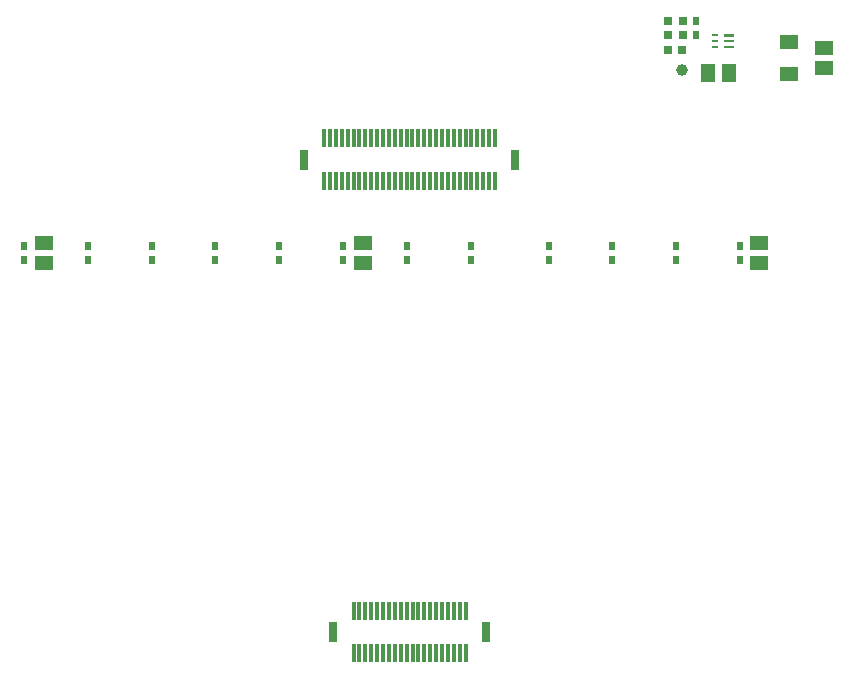
<source format=gbp>
%FSTAX23Y23*%
%MOIN*%
%SFA1B1*%

%IPPOS*%
%ADD14R,0.027560X0.031500*%
%ADD16R,0.023620X0.031500*%
%ADD44R,0.011810X0.062990*%
%ADD45R,0.059060X0.051180*%
%ADD46R,0.051180X0.059060*%
%ADD47R,0.023620X0.009840*%
%ADD49C,0.039370*%
%ADD50R,0.031500X0.027560*%
%ADD51R,0.059060X0.047240*%
%ADD52R,0.031500X0.070870*%
%LNmod_duo_x_cb-1*%
%LPD*%
G36*
X02583Y02542D02*
X02583Y02542D01*
Y02538*
X02583Y02537*
X02584Y02537*
X02584Y02537*
X02584Y02536*
X02584Y02536*
X02585Y02536*
X02585Y02536*
X02585Y02536*
X02615*
X02615Y02536*
X02616Y02536*
X02616Y02536*
X02616Y02536*
X02617Y02537*
X02617Y02537*
X02617Y02537*
X02617Y02538*
Y02542*
X02617Y02542*
X02617Y02543*
X02617Y02543*
X02616Y02543*
X02616Y02543*
X02616Y02544*
X02615Y02544*
X02615Y02544*
X02585*
X02585Y02544*
X02585Y02544*
X02584Y02543*
X02584Y02543*
X02584Y02543*
X02584Y02543*
X02583Y02542*
G37*
G36*
Y02562D02*
X02583Y02561D01*
Y02558*
X02583Y02557*
X02584Y02557*
X02584Y02556*
X02584Y02556*
X02584Y02556*
X02585Y02556*
X02585Y02556*
X02585Y02556*
X02615*
X02615Y02556*
X02616Y02556*
X02616Y02556*
X02616Y02556*
X02617Y02556*
X02617Y02557*
X02617Y02557*
X02617Y02558*
Y02561*
X02617Y02562*
X02617Y02562*
X02617Y02563*
X02616Y02563*
X02616Y02563*
X02616Y02563*
X02615Y02563*
X02615Y02563*
X02585*
X02585Y02563*
X02585Y02563*
X02584Y02563*
X02584Y02563*
X02584Y02563*
X02584Y02562*
X02583Y02562*
G37*
G36*
Y02582D02*
X02583Y02581D01*
Y02577*
X02583Y02577*
X02584Y02576*
X02584Y02576*
X02584Y02576*
X02584Y02576*
X02585Y02575*
X02585Y02575*
X02585Y02575*
X02615*
X02615Y02575*
X02616Y02575*
X02616Y02576*
X02616Y02576*
X02617Y02576*
X02617Y02576*
X02617Y02577*
X02617Y02577*
Y02581*
X02617Y02582*
X02617Y02582*
X02617Y02582*
X02616Y02583*
X02616Y02583*
X02616Y02583*
X02615Y02583*
X02615Y02583*
X02585*
X02585Y02583*
X02585Y02583*
X02584Y02583*
X02584Y02583*
X02584Y02582*
X02584Y02582*
X02583Y02582*
G37*
G54D14*
X02395Y02627D03*
Y0258D03*
X02445D03*
Y02627D03*
G54D16*
X02635Y01876D03*
Y01829D03*
X02423Y01876D03*
Y01829D03*
X0221Y01876D03*
Y01829D03*
X01998Y01876D03*
Y01829D03*
X01738Y01876D03*
Y01829D03*
X01525Y01876D03*
Y01829D03*
X01312Y01876D03*
Y01829D03*
X011Y01876D03*
Y01829D03*
X00887Y01876D03*
Y01829D03*
X00675Y01876D03*
Y01829D03*
X00462Y01877D03*
Y0183D03*
X0249Y02626D03*
Y02579D03*
X00249Y01831D03*
Y01878D03*
G54D44*
X01485Y02236D03*
X01505D03*
X01643D03*
X01663D03*
X01722Y00661D03*
X01702D03*
X01682D03*
X01663D03*
X01643D03*
X01623D03*
X01604D03*
X01584D03*
X01564D03*
X01545D03*
X01525D03*
X01505D03*
X01485D03*
X01466D03*
X01446D03*
X01426D03*
X01407D03*
X01387D03*
X01367D03*
X01722Y00519D03*
X01702D03*
X01682D03*
X01663D03*
X01643D03*
X01623D03*
X01604D03*
X01584D03*
X01564D03*
X01545D03*
X01525D03*
X01505D03*
X01485D03*
X01466D03*
X01446D03*
X01426D03*
X01407D03*
X01387D03*
X01367D03*
X01348D03*
Y00661D03*
X01249Y02236D03*
Y02094D03*
X01269D03*
X01289D03*
X01308D03*
X01328D03*
X01348D03*
X01367D03*
X01387D03*
X01407D03*
X01426D03*
X01446D03*
X01466D03*
X01485D03*
X01505D03*
X01525D03*
X01544D03*
X01564D03*
X01584D03*
X01604D03*
X01623D03*
X01643D03*
X01663D03*
X01682D03*
X01702D03*
X01722D03*
X01741D03*
X01761D03*
X01781D03*
X018D03*
X0182D03*
X01269Y02236D03*
X01289D03*
X01308D03*
X01328D03*
X01348D03*
X01367D03*
X01387D03*
X01407D03*
X01426D03*
X01446D03*
X01466D03*
X01525D03*
X01544D03*
X01564D03*
X01584D03*
X01604D03*
X01623D03*
X01682D03*
X01702D03*
X01722D03*
X01741D03*
X01761D03*
X01781D03*
X018D03*
X0182D03*
G54D45*
X027Y01888D03*
Y01821D03*
X01378Y01886D03*
Y01819D03*
X02915Y02471D03*
Y02538D03*
X00315Y01821D03*
Y01888D03*
G54D46*
X02598Y02455D03*
X02531D03*
G54D47*
X02554Y0254D03*
Y0256D03*
Y02579D03*
G54D49*
X02443Y02465D03*
G54D50*
X02396Y0253D03*
X02443D03*
G54D51*
X028Y02558D03*
Y02451D03*
G54D52*
X01281Y0059D03*
X01789D03*
X01887Y02165D03*
X01182D03*
M02*
</source>
